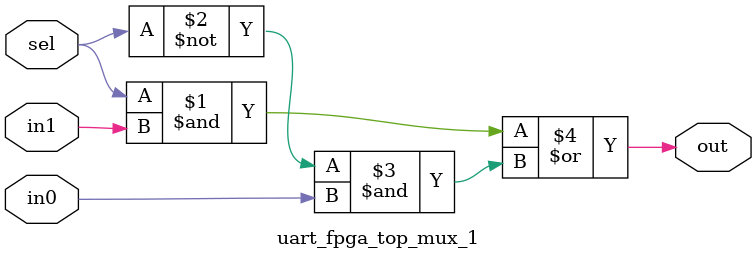
<source format=sv>
module uart_fpga_top_mux_1 (
    input  logic sel,
    input  logic in0,
    input  logic in1,
    output logic out
);
    assign out = (sel & in1) | (~sel & in0);
endmodule
</source>
